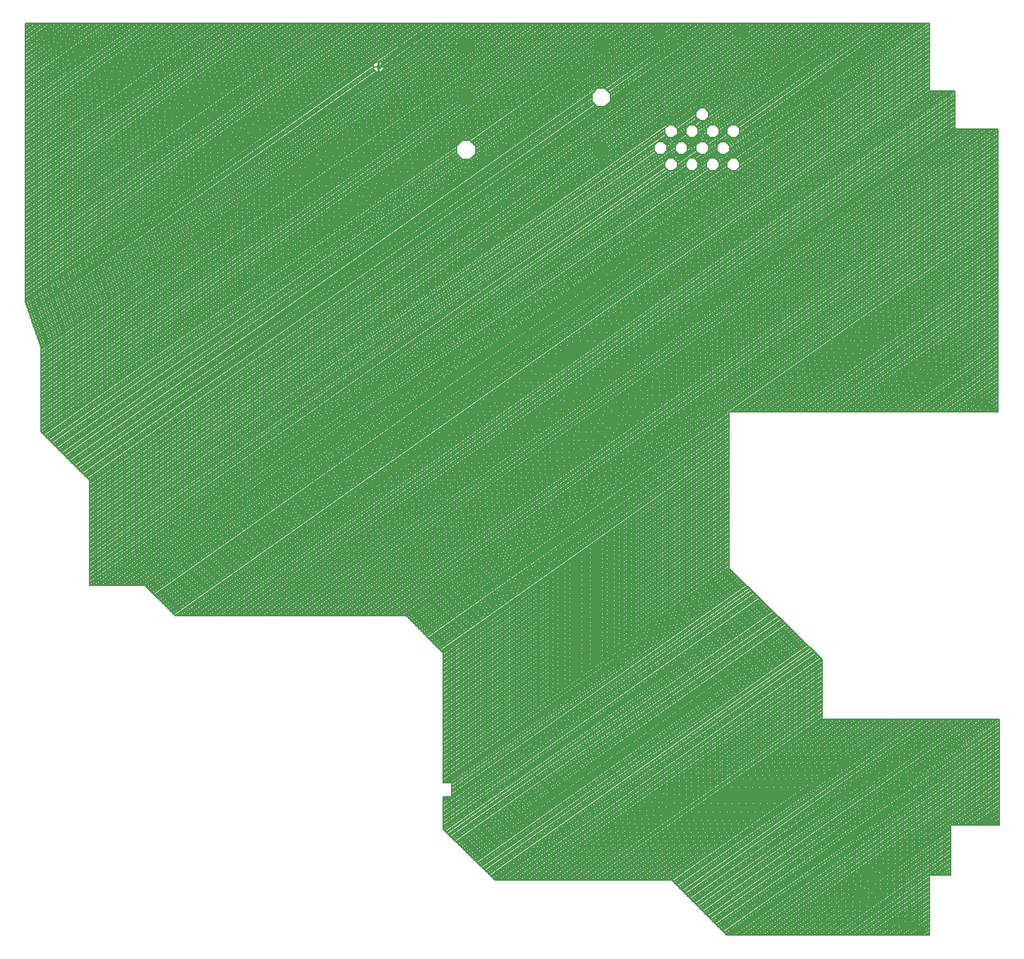
<source format=gbr>
G04 FreePCB MFC Application*
G04 Version: FreePCB--1374389535*
G04 WebSite: www.freepcb.dev*
G04 C:\FreePcbDev\FreePCB_2\Debug\FPC_EXE\FreePCB_Areas\CAM(areas)\INNER_2.gbr*
G04 inner 2 layer *
G04 Scale: 100 percent, Rotated: No, Reflected: No *
%FSLAX24Y24*%
%MOIN*%
%LN inner 2 *%
G04 Rounded Rectangle Macro, params: W/2, H/2, R *
%AMRNDREC*
21,1,$1+$1,$2+$2-$3-$3,0,0,0*
21,1,$1+$1-$3-$3,$2+$2,0,0,0*
1,1,$3+$3,$1-$3,$2-$3*
1,1,$3+$3,$3-$1,$2-$3*
1,1,$3+$3,$1-$3,$3-$2*
1,1,$3+$3,$3-$1,$3-$2*%
G04 Rectangular Thermal Macro, params: W/4, H/4, TW/4, TC/4 *
%AMRECTHERM*
21,1,$1+$1-$3-$3-$4-$4,$2+$2-$3-$3-$4-$4-$4-$4,0-$1-$3-$4,0-$2-$3,0*
21,1,$1+$1-$3-$3-$4-$4-$4-$4,$2+$2-$3-$3-$4-$4,0-$1-$3,0-$2-$3-$4,0*
1,1,$4+$4+$4+$4,0-$1-$1+$4+$4,0-$2-$2+$4+$4*
1,1,$4+$4+$4+$4,0-$1-$1+$4+$4,0-$3-$3-$4-$4*
1,1,$4+$4+$4+$4,0-$3-$3-$4-$4,0-$2-$2+$4+$4*
21,1,$1+$1-$3-$3-$4-$4,$2+$2-$3-$3-$4-$4-$4-$4,0-$1-$3-$4,$2+$3,0*
21,1,$1+$1-$3-$3-$4-$4-$4-$4,$2+$2-$3-$3-$4-$4,0-$1-$3,$2+$3+$4,0*
1,1,$4+$4+$4+$4,0-$1-$1+$4+$4,$2+$2-$4-$4*
1,1,$4+$4+$4+$4,0-$1-$1+$4+$4,$3+$3+$4+$4*
1,1,$4+$4+$4+$4,0-$3-$3-$4-$4,$2+$2-$4-$4*
21,1,$1+$1-$3-$3-$4-$4,$2+$2-$3-$3-$4-$4-$4-$4,$1+$3+$4,0-$2-$3,0*
21,1,$1+$1-$3-$3-$4-$4-$4-$4,$2+$2-$3-$3-$4-$4,$1+$3,0-$2-$3-$4,0*
1,1,$4+$4+$4+$4,$1+$1-$4-$4,0-$2-$2+$4+$4*
1,1,$4+$4+$4+$4,$1+$1-$4-$4,0-$3-$3-$4-$4*
1,1,$4+$4+$4+$4,$3+$3+$4+$4,0-$2-$2+$4+$4*
21,1,$1+$1-$3-$3-$4-$4,$2+$2-$3-$3-$4-$4-$4-$4,$1+$3+$4,$2+$3,0*
21,1,$1+$1-$3-$3-$4-$4-$4-$4,$2+$2-$3-$3-$4-$4,$1+$3,$2+$3+$4,0*
1,1,$4+$4+$4+$4,$1+$1-$4-$4,$2+$2-$4-$4*
1,1,$4+$4+$4+$4,$1+$1-$4-$4,$3+$3+$4+$4*
1,1,$4+$4+$4+$4,$3+$3+$4+$4,$2+$2-$4-$4*%
%AMRECTHERM_45*
21,1,$1+$1+$1+$1,$2+$2+$2+$2-$4-$4-$4-$4-$4-$4-$4-$4-$4-$4-$3-$3,0,0,0*
21,1,$1+$1+$1+$1-$4-$4-$4-$4-$4-$4-$4-$4-$4-$4-$3-$3,$2+$2+$2+$2,0,0,0*
1,1,$4+$4+$4+$4,$1+$1-$4-$4,$2+$2-$4-$4-$4-$4-$4-$3*
1,1,$4+$4+$4+$4,$1+$1-$4-$4,0-$2-$2+$4+$4+$4+$4+$4+$3*
1,1,$4+$4+$4+$4,$1+$1-$4-$4-$4-$4-$4-$3,$2+$2-$4-$4*
1,1,$4+$4+$4+$4,0-$1-$1+$4+$4+$4+$4+$4+$3,$2+$2-$4-$4*
1,1,$4+$4+$4+$4,0-$1-$1+$4+$4,$2+$2-$4-$4-$4-$4-$4-$3*
1,1,$4+$4+$4+$4,0-$1-$1+$4+$4,0-$2-$2+$4+$4+$4+$4+$4+$3*
1,1,$4+$4+$4+$4,$1+$1-$4-$4-$4-$4-$4-$3,0-$2-$2+$4+$4*
1,1,$4+$4+$4+$4,0-$1-$1+$4+$4+$4+$4+$4+$3,0-$2-$2+$4+$4*%
%ADD10C,0.007874*%
%ADD11C,0.007087*%
%ADD12C,0.069000*%
%ADD13C,0.076992*%
%ADD14C,0.010000*%
%ADD15C,0.024000*%
G90*
G70D02*
G04 begin color: clBlack*
%LPD*%

G04 Step and Repeat for panelization *

G04 ----------------------- Draw board outline (positive)*
G54D11*
G04 driwing hatch*
G01X50550Y-43665D02*
G01X50430Y-43750D01*
G01X50550Y-43586D02*
G01X50318Y-43750D01*
G01X50550Y-43507D02*
G01X50207Y-43750D01*
G01X50550Y-43429D02*
G01X50096Y-43750D01*
G01X50550Y-43350D02*
G01X49984Y-43750D01*
G01X50550Y-43271D02*
G01X49873Y-43750D01*
G01X50550Y-43192D02*
G01X49761Y-43750D01*
G01X50550Y-43114D02*
G01X49650Y-43750D01*
G01X50550Y-43035D02*
G01X49539Y-43750D01*
G01X50550Y-42956D02*
G01X49427Y-43750D01*
G01X50550Y-42877D02*
G01X49316Y-43750D01*
G01X50550Y-42799D02*
G01X49205Y-43750D01*
G01X50550Y-42720D02*
G01X49093Y-43750D01*
G01X50550Y-42641D02*
G01X48982Y-43750D01*
G01X50550Y-42562D02*
G01X48871Y-43750D01*
G01X50550Y-42484D02*
G01X48759Y-43750D01*
G01X50550Y-42405D02*
G01X48648Y-43750D01*
G01X50550Y-42326D02*
G01X48537Y-43750D01*
G01X50550Y-42247D02*
G01X48425Y-43750D01*
G01X50550Y-42169D02*
G01X48314Y-43750D01*
G01X50550Y-42090D02*
G01X48203Y-43750D01*
G01X50550Y-42011D02*
G01X48091Y-43750D01*
G01X50550Y-41932D02*
G01X47980Y-43750D01*
G01X50550Y-41854D02*
G01X47868Y-43750D01*
G01X50550Y-41775D02*
G01X47757Y-43750D01*
G01X50550Y-41696D02*
G01X47646Y-43750D01*
G01X50550Y-41617D02*
G01X47534Y-43750D01*
G01X51550Y-40832D02*
G01X51454Y-40900D01*
G01X50550Y-41539D02*
G01X47423Y-43750D01*
G01X51550Y-40753D02*
G01X51342Y-40900D01*
G01X50550Y-41460D02*
G01X47312Y-43750D01*
G01X51550Y-40674D02*
G01X51231Y-40900D01*
G01X50550Y-41381D02*
G01X47200Y-43750D01*
G01X51550Y-40595D02*
G01X51119Y-40900D01*
G01X50550Y-41303D02*
G01X47089Y-43750D01*
G01X51550Y-40517D02*
G01X51008Y-40900D01*
G01X50550Y-41224D02*
G01X46978Y-43750D01*
G01X51550Y-40438D02*
G01X50897Y-40900D01*
G01X50550Y-41145D02*
G01X46866Y-43750D01*
G01X51550Y-40359D02*
G01X50785Y-40900D01*
G01X50550Y-41066D02*
G01X46755Y-43750D01*
G01X51550Y-40280D02*
G01X50674Y-40900D01*
G01X50550Y-40988D02*
G01X46644Y-43750D01*
G01X51550Y-40202D02*
G01X50563Y-40900D01*
G01X50550Y-40909D02*
G01X46532Y-43750D01*
G01X53850Y-38497D02*
G01X53775Y-38550D01*
G01X51550Y-40123D02*
G01X46421Y-43750D01*
G01X53850Y-38418D02*
G01X53663Y-38550D01*
G01X51550Y-40044D02*
G01X46309Y-43750D01*
G01X53850Y-38339D02*
G01X53552Y-38550D01*
G01X51550Y-39966D02*
G01X46198Y-43750D01*
G01X53850Y-38260D02*
G01X53441Y-38550D01*
G01X51550Y-39887D02*
G01X46087Y-43750D01*
G01X53850Y-38182D02*
G01X53329Y-38549D01*
G01X51550Y-39808D02*
G01X45975Y-43750D01*
G01X53850Y-38103D02*
G01X53218Y-38550D01*
G01X51550Y-39729D02*
G01X45864Y-43750D01*
G01X53850Y-38024D02*
G01X53107Y-38550D01*
G01X51550Y-39651D02*
G01X45753Y-43750D01*
G01X53850Y-37945D02*
G01X52995Y-38550D01*
G01X51550Y-39572D02*
G01X45641Y-43750D01*
G01X53850Y-37867D02*
G01X52884Y-38550D01*
G01X51550Y-39493D02*
G01X45530Y-43750D01*
G01X53850Y-37788D02*
G01X52773Y-38550D01*
G01X51550Y-39414D02*
G01X45419Y-43750D01*
G01X53850Y-37709D02*
G01X52661Y-38550D01*
G01X51550Y-39336D02*
G01X45307Y-43750D01*
G01X53850Y-37631D02*
G01X52550Y-38550D01*
G01X51550Y-39257D02*
G01X45196Y-43750D01*
G01X53850Y-37552D02*
G01X52438Y-38550D01*
G01X51550Y-39178D02*
G01X45085Y-43750D01*
G01X53850Y-37473D02*
G01X52327Y-38550D01*
G01X51550Y-39099D02*
G01X44973Y-43750D01*
G01X53850Y-37394D02*
G01X52216Y-38550D01*
G01X51550Y-39021D02*
G01X44862Y-43750D01*
G01X53850Y-37316D02*
G01X52104Y-38550D01*
G01X51550Y-38942D02*
G01X44751Y-43750D01*
G01X53850Y-37237D02*
G01X51993Y-38550D01*
G01X51550Y-38863D02*
G01X44639Y-43750D01*
G01X53850Y-37158D02*
G01X51882Y-38550D01*
G01X51550Y-38784D02*
G01X44528Y-43750D01*
G01X53850Y-37079D02*
G01X51770Y-38550D01*
G01X51550Y-38706D02*
G01X44416Y-43750D01*
G01X53850Y-37001D02*
G01X51659Y-38550D01*
G01X51550Y-38627D02*
G01X44305Y-43750D01*
G01X53850Y-36922D02*
G01X44194Y-43750D01*
G01X53850Y-36843D02*
G01X44082Y-43750D01*
G01X53850Y-36764D02*
G01X43971Y-43750D01*
G01X53850Y-36686D02*
G01X43860Y-43750D01*
G01X53850Y-36607D02*
G01X43748Y-43750D01*
G01X53850Y-36528D02*
G01X43637Y-43750D01*
G01X53850Y-36449D02*
G01X43526Y-43750D01*
G01X53850Y-36371D02*
G01X43414Y-43750D01*
G01X53850Y-36292D02*
G01X43303Y-43750D01*
G01X53850Y-36213D02*
G01X43192Y-43750D01*
G01X53850Y-36134D02*
G01X43080Y-43750D01*
G01X53850Y-36056D02*
G01X42969Y-43750D01*
G01X53850Y-35977D02*
G01X42857Y-43750D01*
G01X53850Y-35898D02*
G01X42746Y-43750D01*
G01X53850Y-35819D02*
G01X42635Y-43750D01*
G01X53850Y-35741D02*
G01X42523Y-43750D01*
G01X53850Y-35662D02*
G01X42412Y-43750D01*
G01X53850Y-35583D02*
G01X42301Y-43750D01*
G01X53850Y-35505D02*
G01X42189Y-43750D01*
G01X53850Y-35426D02*
G01X42078Y-43750D01*
G01X53850Y-35347D02*
G01X41967Y-43750D01*
G01X53850Y-35268D02*
G01X41855Y-43750D01*
G01X53850Y-35190D02*
G01X41744Y-43750D01*
G01X53850Y-35111D02*
G01X41633Y-43750D01*
G01X53850Y-35032D02*
G01X41521Y-43750D01*
G01X53850Y-34953D02*
G01X41410Y-43750D01*
G01X53850Y-34875D02*
G01X41298Y-43750D01*
G01X53850Y-34796D02*
G01X41187Y-43750D01*
G01X53850Y-34717D02*
G01X41076Y-43750D01*
G01X53850Y-34638D02*
G01X40985Y-43735D01*
G01X53850Y-34560D02*
G01X40939Y-43689D01*
G01X53850Y-34481D02*
G01X40893Y-43643D01*
G01X53850Y-34402D02*
G01X40847Y-43597D01*
G01X53850Y-34323D02*
G01X40800Y-43550D01*
G01X53850Y-34245D02*
G01X40754Y-43504D01*
G01X53850Y-34166D02*
G01X40708Y-43458D01*
G01X53850Y-34087D02*
G01X40662Y-43412D01*
G01X53850Y-34008D02*
G01X40616Y-43366D01*
G01X53850Y-33930D02*
G01X40570Y-43320D01*
G01X53850Y-33851D02*
G01X40524Y-43274D01*
G01X53850Y-33772D02*
G01X40478Y-43228D01*
G01X53850Y-33693D02*
G01X40431Y-43181D01*
G01X53850Y-33615D02*
G01X40385Y-43135D01*
G01X53830Y-33549D02*
G01X40339Y-43089D01*
G01X53719Y-33550D02*
G01X40293Y-43043D01*
G01X53608Y-33550D02*
G01X40247Y-42997D01*
G01X53496Y-33550D02*
G01X40201Y-42951D01*
G01X53385Y-33550D02*
G01X40155Y-42905D01*
G01X53274Y-33550D02*
G01X40109Y-42859D01*
G01X53162Y-33550D02*
G01X40062Y-42812D01*
G01X53051Y-33550D02*
G01X40016Y-42766D01*
G01X52940Y-33550D02*
G01X39970Y-42720D01*
G01X52828Y-33550D02*
G01X39924Y-42674D01*
G01X52717Y-33550D02*
G01X39878Y-42628D01*
G01X52606Y-33550D02*
G01X39832Y-42582D01*
G01X52494Y-33550D02*
G01X39786Y-42536D01*
G01X52383Y-33550D02*
G01X39740Y-42490D01*
G01X52271Y-33550D02*
G01X39693Y-42443D01*
G01X52160Y-33550D02*
G01X39647Y-42397D01*
G01X52049Y-33550D02*
G01X39601Y-42351D01*
G01X51937Y-33550D02*
G01X39555Y-42305D01*
G01X51826Y-33550D02*
G01X39509Y-42259D01*
G01X51715Y-33550D02*
G01X39463Y-42213D01*
G01X51603Y-33550D02*
G01X39417Y-42167D01*
G01X51492Y-33550D02*
G01X39371Y-42121D01*
G01X51381Y-33550D02*
G01X39324Y-42074D01*
G01X51269Y-33550D02*
G01X39278Y-42028D01*
G01X51158Y-33550D02*
G01X39232Y-41982D01*
G01X51047Y-33550D02*
G01X39186Y-41936D01*
G01X50935Y-33550D02*
G01X39140Y-41890D01*
G01X50824Y-33550D02*
G01X39094Y-41844D01*
G01X50712Y-33550D02*
G01X39048Y-41798D01*
G01X50601Y-33550D02*
G01X39002Y-41752D01*
G01X50490Y-33550D02*
G01X38955Y-41705D01*
G01X50378Y-33550D02*
G01X38909Y-41659D01*
G01X50267Y-33550D02*
G01X38863Y-41613D01*
G01X50156Y-33550D02*
G01X38817Y-41567D01*
G01X50044Y-33550D02*
G01X38771Y-41521D01*
G01X49933Y-33550D02*
G01X38725Y-41475D01*
G01X49822Y-33550D02*
G01X38679Y-41429D01*
G01X49710Y-33550D02*
G01X38633Y-41383D01*
G01X49599Y-33550D02*
G01X38586Y-41336D01*
G01X49488Y-33550D02*
G01X38540Y-41290D01*
G01X49376Y-33550D02*
G01X38494Y-41244D01*
G01X49265Y-33550D02*
G01X38448Y-41198D01*
G01X49153Y-33550D02*
G01X38402Y-41152D01*
G01X49042Y-33550D02*
G01X38294Y-41150D01*
G01X48931Y-33550D02*
G01X38183Y-41150D01*
G01X48819Y-33550D02*
G01X38071Y-41150D01*
G01X48708Y-33550D02*
G01X37960Y-41150D01*
G01X48597Y-33550D02*
G01X37849Y-41150D01*
G01X48485Y-33550D02*
G01X37737Y-41150D01*
G01X48374Y-33550D02*
G01X37626Y-41150D01*
G01X48263Y-33550D02*
G01X37515Y-41150D01*
G01X48151Y-33550D02*
G01X37403Y-41150D01*
G01X48040Y-33550D02*
G01X37292Y-41150D01*
G01X47929Y-33550D02*
G01X37181Y-41150D01*
G01X47817Y-33550D02*
G01X37069Y-41150D01*
G01X47706Y-33550D02*
G01X36958Y-41150D01*
G01X47595Y-33550D02*
G01X36846Y-41150D01*
G01X47483Y-33550D02*
G01X36735Y-41150D01*
G01X47372Y-33550D02*
G01X36624Y-41150D01*
G01X47260Y-33550D02*
G01X36512Y-41150D01*
G01X47149Y-33550D02*
G01X36401Y-41150D01*
G01X47038Y-33550D02*
G01X36290Y-41150D01*
G01X46926Y-33550D02*
G01X36178Y-41150D01*
G01X46815Y-33550D02*
G01X36067Y-41150D01*
G01X46704Y-33550D02*
G01X35956Y-41150D01*
G01X46592Y-33550D02*
G01X35844Y-41150D01*
G01X46481Y-33550D02*
G01X35733Y-41150D01*
G01X46370Y-33550D02*
G01X35622Y-41150D01*
G01X46258Y-33550D02*
G01X35510Y-41150D01*
G01X46147Y-33550D02*
G01X35399Y-41150D01*
G01X46036Y-33550D02*
G01X35288Y-41150D01*
G01X45924Y-33550D02*
G01X35176Y-41150D01*
G01X45813Y-33550D02*
G01X35065Y-41150D01*
G01X45701Y-33550D02*
G01X34953Y-41150D01*
G01X45590Y-33550D02*
G01X34842Y-41150D01*
G01X45500Y-33535D02*
G01X34731Y-41150D01*
G01X45500Y-33456D02*
G01X34619Y-41150D01*
G01X45500Y-33377D02*
G01X34508Y-41150D01*
G01X45500Y-33299D02*
G01X34397Y-41150D01*
G01X45500Y-33220D02*
G01X34285Y-41150D01*
G01X45500Y-33141D02*
G01X34174Y-41150D01*
G01X45500Y-33062D02*
G01X34063Y-41150D01*
G01X45500Y-32984D02*
G01X33951Y-41150D01*
G01X45500Y-32905D02*
G01X33840Y-41150D01*
G01X45500Y-32826D02*
G01X33729Y-41150D01*
G01X45500Y-32747D02*
G01X33617Y-41150D01*
G01X45500Y-32669D02*
G01X33506Y-41150D01*
G01X45500Y-32590D02*
G01X33394Y-41150D01*
G01X45500Y-32511D02*
G01X33283Y-41150D01*
G01X45500Y-32432D02*
G01X33172Y-41150D01*
G01X45500Y-32354D02*
G01X33060Y-41150D01*
G01X45500Y-32275D02*
G01X32949Y-41150D01*
G01X45500Y-32196D02*
G01X32838Y-41150D01*
G01X45500Y-32118D02*
G01X32726Y-41150D01*
G01X45500Y-32039D02*
G01X32615Y-41150D01*
G01X45500Y-31960D02*
G01X32504Y-41150D01*
G01X45500Y-31881D02*
G01X32392Y-41150D01*
G01X45500Y-31803D02*
G01X32281Y-41150D01*
G01X45500Y-31724D02*
G01X32170Y-41150D01*
G01X45500Y-31645D02*
G01X32058Y-41150D01*
G01X45500Y-31566D02*
G01X31947Y-41150D01*
G01X45500Y-31488D02*
G01X31835Y-41150D01*
G01X45500Y-31409D02*
G01X31724Y-41150D01*
G01X45500Y-31330D02*
G01X31613Y-41150D01*
G01X45500Y-31251D02*
G01X31501Y-41150D01*
G01X45500Y-31173D02*
G01X31390Y-41150D01*
G01X45500Y-31094D02*
G01X31279Y-41150D01*
G01X45500Y-31015D02*
G01X31167Y-41150D01*
G01X45500Y-30936D02*
G01X31056Y-41150D01*
G01X45500Y-30858D02*
G01X30945Y-41150D01*
G01X45500Y-30779D02*
G01X30833Y-41150D01*
G01X45500Y-30700D02*
G01X30722Y-41150D01*
G01X45453Y-30654D02*
G01X30611Y-41150D01*
G01X45406Y-30609D02*
G01X30499Y-41150D01*
G01X45360Y-30563D02*
G01X30388Y-41150D01*
G01X45313Y-30517D02*
G01X30277Y-41150D01*
G01X45266Y-30471D02*
G01X30165Y-41150D01*
G01X45219Y-30426D02*
G01X30054Y-41150D01*
G01X45173Y-30380D02*
G01X30005Y-41106D01*
G01X45126Y-30334D02*
G01X29958Y-41060D01*
G01X45079Y-30289D02*
G01X29911Y-41014D01*
G01X45032Y-30243D02*
G01X29865Y-40968D01*
G01X44986Y-30197D02*
G01X29818Y-40923D01*
G01X44939Y-30152D02*
G01X29771Y-40877D01*
G01X44892Y-30106D02*
G01X29725Y-40831D01*
G01X44845Y-30060D02*
G01X29678Y-40785D01*
G01X44799Y-30015D02*
G01X29631Y-40740D01*
G01X44752Y-29969D02*
G01X29584Y-40694D01*
G01X44705Y-29923D02*
G01X29538Y-40648D01*
G01X44658Y-29878D02*
G01X29491Y-40603D01*
G01X44612Y-29832D02*
G01X29444Y-40557D01*
G01X44565Y-29786D02*
G01X29398Y-40511D01*
G01X44518Y-29741D02*
G01X29351Y-40465D01*
G01X44471Y-29695D02*
G01X29304Y-40420D01*
G01X44425Y-29649D02*
G01X29258Y-40374D01*
G01X44378Y-29603D02*
G01X29211Y-40328D01*
G01X44331Y-29558D02*
G01X29164Y-40282D01*
G01X44284Y-29512D02*
G01X29118Y-40237D01*
G01X44238Y-29466D02*
G01X29071Y-40191D01*
G01X44191Y-29421D02*
G01X29024Y-40145D01*
G01X44144Y-29375D02*
G01X28978Y-40099D01*
G01X44097Y-29329D02*
G01X28931Y-40054D01*
G01X44051Y-29284D02*
G01X28884Y-40008D01*
G01X44004Y-29238D02*
G01X28838Y-39962D01*
G01X43957Y-29192D02*
G01X28791Y-39917D01*
G01X43911Y-29147D02*
G01X28744Y-39871D01*
G01X43864Y-29101D02*
G01X28697Y-39825D01*
G01X43817Y-29055D02*
G01X28651Y-39779D01*
G01X43770Y-29010D02*
G01X28604Y-39734D01*
G01X43724Y-28964D02*
G01X28557Y-39688D01*
G01X43677Y-28918D02*
G01X28511Y-39642D01*
G01X43630Y-28873D02*
G01X28464Y-39596D01*
G01X43583Y-28827D02*
G01X28417Y-39551D01*
G01X43537Y-28781D02*
G01X28371Y-39505D01*
G01X43490Y-28735D02*
G01X28324Y-39459D01*
G01X43443Y-28690D02*
G01X28277Y-39414D01*
G01X43396Y-28644D02*
G01X28231Y-39368D01*
G01X43350Y-28598D02*
G01X28184Y-39322D01*
G01X43303Y-28553D02*
G01X28137Y-39276D01*
G01X43256Y-28507D02*
G01X28091Y-39231D01*
G01X43209Y-28461D02*
G01X28044Y-39185D01*
G01X43163Y-28416D02*
G01X27997Y-39139D01*
G01X43116Y-28370D02*
G01X27951Y-39093D01*
G01X43069Y-28324D02*
G01X27904Y-39048D01*
G01X43022Y-28279D02*
G01X27857Y-39002D01*
G01X42976Y-28233D02*
G01X27811Y-38956D01*
G01X42929Y-28187D02*
G01X27764Y-38910D01*
G01X42882Y-28142D02*
G01X27717Y-38865D01*
G01X42835Y-28096D02*
G01X27670Y-38819D01*
G01X42789Y-28050D02*
G01X27624Y-38773D01*
G01X42742Y-28004D02*
G01X27600Y-38712D01*
G01X42695Y-27959D02*
G01X27600Y-38633D01*
G01X42648Y-27913D02*
G01X27600Y-38554D01*
G01X42602Y-27867D02*
G01X27600Y-38476D01*
G01X42555Y-27822D02*
G01X27600Y-38397D01*
G01X42508Y-27776D02*
G01X27600Y-38318D01*
G01X42461Y-27730D02*
G01X27600Y-38239D01*
G01X42415Y-27685D02*
G01X27600Y-38161D01*
G01X42368Y-27639D02*
G01X27600Y-38082D01*
G01X42321Y-27593D02*
G01X27600Y-38003D01*
G01X42274Y-27548D02*
G01X27600Y-37924D01*
G01X42228Y-27502D02*
G01X27600Y-37846D01*
G01X42181Y-27456D02*
G01X27600Y-37767D01*
G01X42134Y-27411D02*
G01X27600Y-37688D01*
G01X42087Y-27365D02*
G01X27600Y-37609D01*
G01X42041Y-27319D02*
G01X27600Y-37531D01*
G01X53800Y-18926D02*
G01X53695Y-19000D01*
G01X41994Y-27274D02*
G01X28000Y-37169D01*
G01X27956Y-37200D02*
G01X27600Y-37452D01*
G01X53800Y-18847D02*
G01X53584Y-19000D01*
G01X41947Y-27228D02*
G01X28000Y-37090D01*
G01X27845Y-37200D02*
G01X27600Y-37373D01*
G01X53800Y-18768D02*
G01X53472Y-19000D01*
G01X41900Y-27182D02*
G01X28000Y-37012D01*
G01X27734Y-37200D02*
G01X27600Y-37294D01*
G01X53800Y-18689D02*
G01X53361Y-19000D01*
G01X41854Y-27136D02*
G01X28000Y-36933D01*
G01X53800Y-18611D02*
G01X53250Y-19000D01*
G01X41807Y-27091D02*
G01X28000Y-36854D01*
G01X53800Y-18532D02*
G01X53138Y-19000D01*
G01X41760Y-27045D02*
G01X28000Y-36775D01*
G01X53800Y-18453D02*
G01X53027Y-19000D01*
G01X41713Y-26999D02*
G01X28000Y-36697D01*
G01X53800Y-18375D02*
G01X52916Y-18999D01*
G01X41667Y-26954D02*
G01X28000Y-36618D01*
G01X53800Y-18296D02*
G01X52804Y-19000D01*
G01X41620Y-26908D02*
G01X27985Y-36550D01*
G01X53800Y-18217D02*
G01X52693Y-19000D01*
G01X41573Y-26862D02*
G01X27873Y-36550D01*
G01X53800Y-18138D02*
G01X52582Y-19000D01*
G01X41526Y-26817D02*
G01X27762Y-36550D01*
G01X53800Y-18060D02*
G01X52470Y-19000D01*
G01X41480Y-26771D02*
G01X27651Y-36550D01*
G01X53800Y-17981D02*
G01X52359Y-19000D01*
G01X41433Y-26725D02*
G01X27600Y-36507D01*
G01X53800Y-17902D02*
G01X52248Y-19000D01*
G01X41386Y-26680D02*
G01X27600Y-36428D01*
G01X53800Y-17823D02*
G01X52136Y-19000D01*
G01X41339Y-26634D02*
G01X27600Y-36350D01*
G01X53800Y-17745D02*
G01X52025Y-19000D01*
G01X41293Y-26588D02*
G01X27600Y-36271D01*
G01X53800Y-17666D02*
G01X51913Y-19000D01*
G01X41246Y-26543D02*
G01X27600Y-36192D01*
G01X53800Y-17587D02*
G01X51802Y-19000D01*
G01X41199Y-26497D02*
G01X27600Y-36113D01*
G01X53800Y-17508D02*
G01X51691Y-19000D01*
G01X41152Y-26451D02*
G01X27600Y-36035D01*
G01X53800Y-17430D02*
G01X51579Y-19000D01*
G01X41106Y-26406D02*
G01X27600Y-35956D01*
G01X53800Y-17351D02*
G01X51468Y-19000D01*
G01X41100Y-26331D02*
G01X27600Y-35877D01*
G01X53800Y-17272D02*
G01X51357Y-19000D01*
G01X41100Y-26252D02*
G01X27600Y-35798D01*
G01X53800Y-17193D02*
G01X51245Y-19000D01*
G01X41100Y-26174D02*
G01X27600Y-35720D01*
G01X53800Y-17115D02*
G01X51134Y-19000D01*
G01X41100Y-26095D02*
G01X27600Y-35641D01*
G01X53800Y-17036D02*
G01X51023Y-19000D01*
G01X41100Y-26016D02*
G01X27600Y-35562D01*
G01X53800Y-16957D02*
G01X50911Y-19000D01*
G01X41100Y-25937D02*
G01X27600Y-35483D01*
G01X53800Y-16878D02*
G01X50800Y-19000D01*
G01X41100Y-25859D02*
G01X27600Y-35405D01*
G01X53800Y-16800D02*
G01X50689Y-19000D01*
G01X41100Y-25780D02*
G01X27600Y-35326D01*
G01X53800Y-16721D02*
G01X50577Y-19000D01*
G01X41100Y-25701D02*
G01X27600Y-35247D01*
G01X53800Y-16642D02*
G01X50466Y-19000D01*
G01X41100Y-25622D02*
G01X27600Y-35168D01*
G01X53800Y-16563D02*
G01X50354Y-19000D01*
G01X41100Y-25544D02*
G01X27600Y-35090D01*
G01X53800Y-16485D02*
G01X50243Y-19000D01*
G01X41100Y-25465D02*
G01X27600Y-35011D01*
G01X53800Y-16406D02*
G01X50132Y-19000D01*
G01X41100Y-25386D02*
G01X27600Y-34932D01*
G01X53800Y-16327D02*
G01X50020Y-19000D01*
G01X41100Y-25308D02*
G01X27600Y-34853D01*
G01X53800Y-16249D02*
G01X49909Y-19000D01*
G01X41100Y-25229D02*
G01X27600Y-34775D01*
G01X53800Y-16170D02*
G01X49798Y-19000D01*
G01X41100Y-25150D02*
G01X27600Y-34696D01*
G01X53800Y-16091D02*
G01X49686Y-19000D01*
G01X41100Y-25071D02*
G01X27600Y-34617D01*
G01X53800Y-16012D02*
G01X49575Y-19000D01*
G01X41100Y-24993D02*
G01X27600Y-34538D01*
G01X53800Y-15934D02*
G01X49464Y-19000D01*
G01X41100Y-24914D02*
G01X27600Y-34460D01*
G01X53800Y-15855D02*
G01X49352Y-19000D01*
G01X41100Y-24835D02*
G01X27600Y-34381D01*
G01X53800Y-15776D02*
G01X49241Y-19000D01*
G01X41100Y-24756D02*
G01X27600Y-34302D01*
G01X53800Y-15697D02*
G01X49130Y-19000D01*
G01X41100Y-24678D02*
G01X27600Y-34224D01*
G01X53800Y-15619D02*
G01X49018Y-19000D01*
G01X41100Y-24599D02*
G01X27600Y-34145D01*
G01X53800Y-15540D02*
G01X48907Y-19000D01*
G01X41100Y-24520D02*
G01X27600Y-34066D01*
G01X53800Y-15461D02*
G01X48795Y-19000D01*
G01X41100Y-24441D02*
G01X27600Y-33987D01*
G01X53800Y-15382D02*
G01X48684Y-19000D01*
G01X41100Y-24363D02*
G01X27600Y-33909D01*
G01X53800Y-15304D02*
G01X48573Y-19000D01*
G01X41100Y-24284D02*
G01X27600Y-33830D01*
G01X53800Y-15225D02*
G01X48461Y-19000D01*
G01X41100Y-24205D02*
G01X27600Y-33751D01*
G01X53800Y-15146D02*
G01X48350Y-19000D01*
G01X41100Y-24126D02*
G01X27600Y-33672D01*
G01X53800Y-15067D02*
G01X48239Y-19000D01*
G01X41100Y-24048D02*
G01X27600Y-33594D01*
G01X53800Y-14989D02*
G01X48127Y-19000D01*
G01X41100Y-23969D02*
G01X27600Y-33515D01*
G01X53800Y-14910D02*
G01X48016Y-19000D01*
G01X41100Y-23890D02*
G01X27600Y-33436D01*
G01X53800Y-14831D02*
G01X47905Y-19000D01*
G01X41100Y-23811D02*
G01X27600Y-33357D01*
G01X53800Y-14752D02*
G01X47793Y-19000D01*
G01X41100Y-23733D02*
G01X27600Y-33279D01*
G01X53800Y-14674D02*
G01X47682Y-19000D01*
G01X41100Y-23654D02*
G01X27600Y-33200D01*
G01X53800Y-14595D02*
G01X47571Y-19000D01*
G01X41100Y-23575D02*
G01X27600Y-33121D01*
G01X53800Y-14516D02*
G01X47459Y-19000D01*
G01X41100Y-23496D02*
G01X27600Y-33042D01*
G01X53800Y-14438D02*
G01X47348Y-19000D01*
G01X41100Y-23418D02*
G01X27600Y-32964D01*
G01X53800Y-14359D02*
G01X47237Y-19000D01*
G01X41100Y-23339D02*
G01X27600Y-32885D01*
G01X53800Y-14280D02*
G01X47125Y-19000D01*
G01X41100Y-23260D02*
G01X27600Y-32806D01*
G01X53800Y-14201D02*
G01X47014Y-19000D01*
G01X41100Y-23182D02*
G01X27600Y-32727D01*
G01X53800Y-14123D02*
G01X46902Y-19000D01*
G01X41100Y-23103D02*
G01X27600Y-32649D01*
G01X53800Y-14044D02*
G01X46791Y-19000D01*
G01X41100Y-23024D02*
G01X27600Y-32570D01*
G01X53800Y-13965D02*
G01X46680Y-19000D01*
G01X41100Y-22945D02*
G01X27600Y-32491D01*
G01X53800Y-13886D02*
G01X46568Y-19000D01*
G01X41100Y-22867D02*
G01X27600Y-32413D01*
G01X53800Y-13808D02*
G01X46457Y-19000D01*
G01X41100Y-22788D02*
G01X27600Y-32334D01*
G01X53800Y-13729D02*
G01X46346Y-19000D01*
G01X41100Y-22709D02*
G01X27600Y-32255D01*
G01X53800Y-13650D02*
G01X46234Y-19000D01*
G01X41100Y-22630D02*
G01X27600Y-32176D01*
G01X53800Y-13571D02*
G01X46123Y-19000D01*
G01X41100Y-22552D02*
G01X27600Y-32098D01*
G01X53800Y-13493D02*
G01X46012Y-19000D01*
G01X41100Y-22473D02*
G01X27600Y-32019D01*
G01X53800Y-13414D02*
G01X45900Y-19000D01*
G01X41100Y-22394D02*
G01X27600Y-31940D01*
G01X53800Y-13335D02*
G01X45789Y-19000D01*
G01X41100Y-22315D02*
G01X27600Y-31861D01*
G01X53800Y-13256D02*
G01X45678Y-19000D01*
G01X41100Y-22237D02*
G01X27600Y-31783D01*
G01X53800Y-13178D02*
G01X45566Y-19000D01*
G01X41100Y-22158D02*
G01X27600Y-31704D01*
G01X53800Y-13099D02*
G01X45455Y-19000D01*
G01X41100Y-22079D02*
G01X27600Y-31625D01*
G01X53800Y-13020D02*
G01X45343Y-19000D01*
G01X41100Y-22000D02*
G01X27600Y-31546D01*
G01X53800Y-12941D02*
G01X45232Y-19000D01*
G01X41100Y-21922D02*
G01X27600Y-31468D01*
G01X53800Y-12863D02*
G01X45121Y-19000D01*
G01X41100Y-21843D02*
G01X27600Y-31389D01*
G01X53800Y-12784D02*
G01X45009Y-19000D01*
G01X41100Y-21764D02*
G01X27600Y-31310D01*
G01X53800Y-12705D02*
G01X44898Y-19000D01*
G01X41100Y-21685D02*
G01X27600Y-31231D01*
G01X53800Y-12626D02*
G01X44787Y-19000D01*
G01X41100Y-21607D02*
G01X27600Y-31153D01*
G01X53800Y-12548D02*
G01X44675Y-19000D01*
G01X41100Y-21528D02*
G01X27600Y-31074D01*
G01X53800Y-12469D02*
G01X44564Y-19000D01*
G01X41100Y-21449D02*
G01X27600Y-30995D01*
G01X53800Y-12390D02*
G01X44453Y-19000D01*
G01X41100Y-21371D02*
G01X27600Y-30916D01*
G01X53800Y-12312D02*
G01X44341Y-19000D01*
G01X41100Y-21292D02*
G01X27600Y-30838D01*
G01X53800Y-12233D02*
G01X44230Y-19000D01*
G01X41100Y-21213D02*
G01X27600Y-30759D01*
G01X53800Y-12154D02*
G01X44119Y-19000D01*
G01X41100Y-21134D02*
G01X27600Y-30680D01*
G01X53800Y-12075D02*
G01X44007Y-19000D01*
G01X41100Y-21056D02*
G01X27600Y-30601D01*
G01X53800Y-11997D02*
G01X43896Y-19000D01*
G01X41100Y-20977D02*
G01X27600Y-30523D01*
G01X53800Y-11918D02*
G01X43784Y-19000D01*
G01X41100Y-20898D02*
G01X27600Y-30444D01*
G01X53800Y-11839D02*
G01X43673Y-19000D01*
G01X41100Y-20819D02*
G01X27579Y-30379D01*
G01X53800Y-11760D02*
G01X43562Y-19000D01*
G01X41100Y-20741D02*
G01X27533Y-30333D01*
G01X53800Y-11682D02*
G01X43450Y-19000D01*
G01X41100Y-20662D02*
G01X27487Y-30287D01*
G01X53800Y-11603D02*
G01X43339Y-19000D01*
G01X41100Y-20583D02*
G01X27441Y-30241D01*
G01X53800Y-11524D02*
G01X43228Y-19000D01*
G01X41100Y-20504D02*
G01X27395Y-30195D01*
G01X53800Y-11445D02*
G01X43116Y-19000D01*
G01X41100Y-20426D02*
G01X27349Y-30149D01*
G01X53800Y-11367D02*
G01X43005Y-19000D01*
G01X41100Y-20347D02*
G01X27303Y-30103D01*
G01X53800Y-11288D02*
G01X42894Y-19000D01*
G01X41100Y-20268D02*
G01X27257Y-30057D01*
G01X53800Y-11209D02*
G01X42782Y-19000D01*
G01X41100Y-20189D02*
G01X27210Y-30010D01*
G01X53800Y-11130D02*
G01X42671Y-19000D01*
G01X41100Y-20111D02*
G01X27164Y-29964D01*
G01X53800Y-11052D02*
G01X42560Y-19000D01*
G01X41100Y-20032D02*
G01X27118Y-29918D01*
G01X53800Y-10973D02*
G01X42448Y-19000D01*
G01X41100Y-19953D02*
G01X27072Y-29872D01*
G01X53800Y-10894D02*
G01X42337Y-19000D01*
G01X41100Y-19874D02*
G01X27026Y-29826D01*
G01X53800Y-10815D02*
G01X42226Y-19000D01*
G01X41100Y-19796D02*
G01X26980Y-29780D01*
G01X53800Y-10737D02*
G01X42114Y-19000D01*
G01X41100Y-19717D02*
G01X26934Y-29734D01*
G01X53800Y-10658D02*
G01X42003Y-19000D01*
G01X41100Y-19638D02*
G01X26888Y-29688D01*
G01X53800Y-10579D02*
G01X41891Y-19000D01*
G01X41100Y-19559D02*
G01X26841Y-29641D01*
G01X53800Y-10501D02*
G01X41780Y-19000D01*
G01X41100Y-19481D02*
G01X26795Y-29595D01*
G01X53800Y-10422D02*
G01X41669Y-19000D01*
G01X41100Y-19402D02*
G01X26749Y-29549D01*
G01X53800Y-10343D02*
G01X41557Y-19000D01*
G01X41100Y-19323D02*
G01X26703Y-29503D01*
G01X53800Y-10264D02*
G01X41446Y-19000D01*
G01X41100Y-19245D02*
G01X26657Y-29457D01*
G01X53800Y-10186D02*
G01X41335Y-19000D01*
G01X41100Y-19166D02*
G01X26611Y-29411D01*
G01X53800Y-10107D02*
G01X41223Y-19000D01*
G01X41100Y-19087D02*
G01X26565Y-29365D01*
G01X53800Y-10028D02*
G01X41112Y-19000D01*
G01X41100Y-19008D02*
G01X26519Y-29319D01*
G01X53800Y-9949D02*
G01X26472Y-29272D01*
G01X53800Y-9871D02*
G01X26426Y-29226D01*
G01X53800Y-9792D02*
G01X26380Y-29180D01*
G01X53800Y-9713D02*
G01X26334Y-29134D01*
G01X53800Y-9634D02*
G01X26288Y-29088D01*
G01X53800Y-9556D02*
G01X26242Y-29042D01*
G01X53800Y-9477D02*
G01X26196Y-28996D01*
G01X53800Y-9398D02*
G01X26150Y-28950D01*
G01X53800Y-9319D02*
G01X26103Y-28903D01*
G01X53800Y-9241D02*
G01X26057Y-28857D01*
G01X53800Y-9162D02*
G01X26011Y-28811D01*
G01X53800Y-9083D02*
G01X25965Y-28765D01*
G01X53800Y-9004D02*
G01X25919Y-28719D01*
G01X53800Y-8926D02*
G01X25873Y-28673D01*
G01X53800Y-8847D02*
G01X25794Y-28650D01*
G01X53800Y-8768D02*
G01X25683Y-28650D01*
G01X53800Y-8689D02*
G01X25572Y-28650D01*
G01X53800Y-8611D02*
G01X25460Y-28650D01*
G01X53800Y-8532D02*
G01X25349Y-28650D01*
G01X53800Y-8453D02*
G01X25238Y-28650D01*
G01X53800Y-8375D02*
G01X25126Y-28650D01*
G01X53800Y-8296D02*
G01X25015Y-28650D01*
G01X53800Y-8217D02*
G01X24904Y-28650D01*
G01X53800Y-8138D02*
G01X24792Y-28650D01*
G01X53800Y-8060D02*
G01X24681Y-28650D01*
G01X53800Y-7981D02*
G01X24570Y-28650D01*
G01X53800Y-7902D02*
G01X24458Y-28650D01*
G01X53800Y-7823D02*
G01X24347Y-28650D01*
G01X53800Y-7745D02*
G01X24235Y-28650D01*
G01X53800Y-7666D02*
G01X24124Y-28650D01*
G01X53800Y-7587D02*
G01X24013Y-28650D01*
G01X53800Y-7508D02*
G01X23901Y-28650D01*
G01X53800Y-7430D02*
G01X23790Y-28650D01*
G01X53800Y-7351D02*
G01X23679Y-28650D01*
G01X53800Y-7272D02*
G01X23567Y-28650D01*
G01X53800Y-7193D02*
G01X23456Y-28650D01*
G01X53800Y-7115D02*
G01X23345Y-28650D01*
G01X53800Y-7036D02*
G01X23233Y-28650D01*
G01X53800Y-6957D02*
G01X23122Y-28650D01*
G01X53800Y-6878D02*
G01X23011Y-28650D01*
G01X53800Y-6800D02*
G01X22899Y-28650D01*
G01X53800Y-6721D02*
G01X22788Y-28650D01*
G01X53800Y-6642D02*
G01X22676Y-28650D01*
G01X53800Y-6563D02*
G01X22565Y-28650D01*
G01X53800Y-6485D02*
G01X22454Y-28650D01*
G01X53800Y-6406D02*
G01X22342Y-28650D01*
G01X53800Y-6327D02*
G01X22231Y-28650D01*
G01X53800Y-6249D02*
G01X22120Y-28650D01*
G01X53800Y-6170D02*
G01X22008Y-28650D01*
G01X53800Y-6091D02*
G01X21897Y-28650D01*
G01X53800Y-6012D02*
G01X21786Y-28650D01*
G01X53800Y-5934D02*
G01X21674Y-28650D01*
G01X53800Y-5855D02*
G01X21563Y-28650D01*
G01X53800Y-5776D02*
G01X21452Y-28650D01*
G01X53800Y-5697D02*
G01X21340Y-28650D01*
G01X53756Y-5650D02*
G01X21229Y-28650D01*
G01X53644Y-5650D02*
G01X21118Y-28650D01*
G01X53533Y-5650D02*
G01X21006Y-28650D01*
G01X53422Y-5650D02*
G01X20895Y-28650D01*
G01X53310Y-5650D02*
G01X20783Y-28650D01*
G01X53199Y-5650D02*
G01X20672Y-28650D01*
G01X53088Y-5650D02*
G01X20561Y-28650D01*
G01X52976Y-5649D02*
G01X20449Y-28650D01*
G01X52865Y-5649D02*
G01X20338Y-28650D01*
G01X52754Y-5650D02*
G01X20227Y-28650D01*
G01X52642Y-5650D02*
G01X20115Y-28650D01*
G01X52531Y-5650D02*
G01X20004Y-28650D01*
G01X52420Y-5650D02*
G01X19893Y-28650D01*
G01X52308Y-5650D02*
G01X19781Y-28650D01*
G01X52197Y-5650D02*
G01X19670Y-28650D01*
G01X52085Y-5650D02*
G01X19559Y-28650D01*
G01X51974Y-5650D02*
G01X19447Y-28650D01*
G01X51863Y-5650D02*
G01X19336Y-28650D01*
G01X51751Y-5650D02*
G01X19224Y-28650D01*
G01X51750Y-5572D02*
G01X19113Y-28650D01*
G01X51750Y-5493D02*
G01X19002Y-28650D01*
G01X51750Y-5415D02*
G01X18890Y-28650D01*
G01X51750Y-5336D02*
G01X18779Y-28650D01*
G01X51750Y-5257D02*
G01X18668Y-28650D01*
G01X51750Y-5178D02*
G01X18556Y-28650D01*
G01X51750Y-5100D02*
G01X18445Y-28650D01*
G01X51750Y-5021D02*
G01X18334Y-28650D01*
G01X51750Y-4942D02*
G01X18222Y-28650D01*
G01X51750Y-4863D02*
G01X18111Y-28650D01*
G01X51750Y-4785D02*
G01X18000Y-28650D01*
G01X51750Y-4706D02*
G01X17888Y-28650D01*
G01X51750Y-4627D02*
G01X17777Y-28650D01*
G01X51750Y-4548D02*
G01X17665Y-28650D01*
G01X51750Y-4470D02*
G01X17554Y-28650D01*
G01X51750Y-4391D02*
G01X17443Y-28650D01*
G01X51750Y-4312D02*
G01X17331Y-28650D01*
G01X51750Y-4234D02*
G01X17220Y-28650D01*
G01X51750Y-4155D02*
G01X17109Y-28650D01*
G01X51750Y-4076D02*
G01X16997Y-28650D01*
G01X51750Y-3997D02*
G01X16886Y-28650D01*
G01X51750Y-3919D02*
G01X16775Y-28650D01*
G01X51736Y-3850D02*
G01X16663Y-28650D01*
G01X51624Y-3850D02*
G01X16552Y-28650D01*
G01X51513Y-3850D02*
G01X16441Y-28650D01*
G01X51402Y-3850D02*
G01X16329Y-28650D01*
G01X51290Y-3850D02*
G01X16218Y-28650D01*
G01X51179Y-3850D02*
G01X16107Y-28650D01*
G01X51068Y-3850D02*
G01X15995Y-28650D01*
G01X50956Y-3850D02*
G01X15884Y-28650D01*
G01X50845Y-3850D02*
G01X15772Y-28650D01*
G01X50734Y-3850D02*
G01X15661Y-28650D01*
G01X50622Y-3850D02*
G01X15550Y-28650D01*
G01X50550Y-3822D02*
G01X15438Y-28650D01*
G01X50550Y-3743D02*
G01X15327Y-28650D01*
G01X50550Y-3665D02*
G01X15216Y-28650D01*
G01X50550Y-3586D02*
G01X15104Y-28650D01*
G01X50550Y-3507D02*
G01X14993Y-28650D01*
G01X50550Y-3429D02*
G01X14921Y-28621D01*
G01X50550Y-3350D02*
G01X14875Y-28575D01*
G01X50550Y-3271D02*
G01X14829Y-28529D01*
G01X50550Y-3192D02*
G01X14783Y-28483D01*
G01X50550Y-3114D02*
G01X14737Y-28437D01*
G01X50550Y-3035D02*
G01X14691Y-28391D01*
G01X50550Y-2956D02*
G01X14645Y-28345D01*
G01X50550Y-2877D02*
G01X14599Y-28299D01*
G01X50550Y-2799D02*
G01X14552Y-28252D01*
G01X50550Y-2720D02*
G01X14506Y-28206D01*
G01X50550Y-2641D02*
G01X14460Y-28160D01*
G01X50550Y-2562D02*
G01X14414Y-28114D01*
G01X50550Y-2484D02*
G01X14368Y-28068D01*
G01X50550Y-2405D02*
G01X14322Y-28022D01*
G01X50550Y-2326D02*
G01X14276Y-27976D01*
G01X50550Y-2247D02*
G01X14230Y-27930D01*
G01X50550Y-2169D02*
G01X14183Y-27883D01*
G01X50550Y-2090D02*
G01X14137Y-27837D01*
G01X50550Y-2011D02*
G01X14091Y-27791D01*
G01X50550Y-1932D02*
G01X14045Y-27745D01*
G01X50550Y-1854D02*
G01X13999Y-27699D01*
G01X50550Y-1775D02*
G01X13953Y-27653D01*
G01X50550Y-1696D02*
G01X13907Y-27607D01*
G01X50550Y-1617D02*
G01X13861Y-27561D01*
G01X50550Y-1539D02*
G01X13814Y-27514D01*
G01X50550Y-1460D02*
G01X13768Y-27468D01*
G01X50550Y-1381D02*
G01X13722Y-27422D01*
G01X50550Y-1303D02*
G01X13676Y-27376D01*
G01X50550Y-1224D02*
G01X13630Y-27330D01*
G01X50550Y-1145D02*
G01X41458Y-7574D01*
G01X41412Y-7607D02*
G01X13584Y-27284D01*
G01X50550Y-1066D02*
G01X41599Y-7395D01*
G01X41300Y-7607D02*
G01X13538Y-27238D01*
G01X50550Y-988D02*
G01X41599Y-7316D01*
G01X41189Y-7607D02*
G01X13480Y-27200D01*
G01X50550Y-909D02*
G01X41599Y-7238D01*
G01X41137Y-7564D02*
G01X13369Y-27200D01*
G01X50550Y-830D02*
G01X41583Y-7170D01*
G01X41091Y-7518D02*
G01X13257Y-27200D01*
G01X50550Y-751D02*
G01X41537Y-7124D01*
G01X41045Y-7472D02*
G01X13146Y-27200D01*
G01X50550Y-673D02*
G01X41491Y-7078D01*
G01X41005Y-7422D02*
G01X13035Y-27200D01*
G01X50471Y-650D02*
G01X41445Y-7032D01*
G01X41005Y-7343D02*
G01X12923Y-27200D01*
G01X50359Y-650D02*
G01X41361Y-7012D01*
G01X41005Y-7264D02*
G01X12812Y-27200D01*
G01X50248Y-650D02*
G01X41250Y-7012D01*
G01X41009Y-7183D02*
G01X40532Y-7520D01*
G01X40409Y-7607D02*
G01X12701Y-27200D01*
G01X50137Y-650D02*
G01X40619Y-7379D01*
G01X40298Y-7607D02*
G01X12589Y-27200D01*
G01X50025Y-650D02*
G01X40619Y-7301D01*
G01X40194Y-7601D02*
G01X12478Y-27200D01*
G01X49914Y-650D02*
G01X40619Y-7222D01*
G01X40148Y-7555D02*
G01X12367Y-27200D01*
G01X49803Y-650D02*
G01X40594Y-7161D01*
G01X40102Y-7509D02*
G01X12255Y-27200D01*
G01X49691Y-650D02*
G01X40548Y-7115D01*
G01X40056Y-7463D02*
G01X12144Y-27200D01*
G01X49580Y-650D02*
G01X41109Y-6639D01*
G01X40844Y-6827D02*
G01X40502Y-7069D01*
G01X40025Y-7406D02*
G01X12033Y-27200D01*
G01X49469Y-650D02*
G01X41109Y-6561D01*
G01X40733Y-6827D02*
G01X40455Y-7023D01*
G01X40025Y-7327D02*
G01X11921Y-27200D01*
G01X49357Y-650D02*
G01X41109Y-6482D01*
G01X40661Y-6799D02*
G01X40359Y-7012D01*
G01X40025Y-7248D02*
G01X11810Y-27200D01*
G01X49246Y-650D02*
G01X41107Y-6404D01*
G01X40615Y-6752D02*
G01X40247Y-7012D01*
G01X40082Y-7129D02*
G01X39605Y-7467D01*
G01X39407Y-7607D02*
G01X11699Y-27200D01*
G01X49135Y-650D02*
G01X41061Y-6358D01*
G01X40569Y-6706D02*
G01X39639Y-7364D01*
G01X39296Y-7607D02*
G01X11587Y-27200D01*
G01X49023Y-650D02*
G01X41474Y-5987D01*
G01X41405Y-6037D02*
G01X41015Y-6312D01*
G01X40523Y-6660D02*
G01X39639Y-7285D01*
G01X39205Y-7592D02*
G01X11476Y-27200D01*
G01X48912Y-650D02*
G01X41599Y-5820D01*
G01X41293Y-6037D02*
G01X40969Y-6266D01*
G01X40515Y-6587D02*
G01X39639Y-7206D01*
G01X39159Y-7546D02*
G01X11364Y-27200D01*
G01X48801Y-650D02*
G01X41599Y-5742D01*
G01X41182Y-6037D02*
G01X40905Y-6232D01*
G01X40515Y-6508D02*
G01X39605Y-7152D01*
G01X39112Y-7500D02*
G01X11253Y-27200D01*
G01X48689Y-650D02*
G01X41599Y-5663D01*
G01X41134Y-5992D02*
G01X40794Y-6232D01*
G01X40515Y-6429D02*
G01X39959Y-6823D01*
G01X39953Y-6827D02*
G01X39559Y-7106D01*
G01X39066Y-7454D02*
G01X11142Y-27200D01*
G01X48578Y-650D02*
G01X41580Y-5598D01*
G01X41088Y-5946D02*
G01X40129Y-6624D01*
G01X39842Y-6827D02*
G01X39512Y-7060D01*
G01X39045Y-7390D02*
G01X11030Y-27200D01*
G01X48466Y-650D02*
G01X41534Y-5551D01*
G01X41042Y-5899D02*
G01X40129Y-6545D01*
G01X39731Y-6827D02*
G01X39466Y-7014D01*
G01X39045Y-7311D02*
G01X10919Y-27200D01*
G01X48355Y-650D02*
G01X41488Y-5505D01*
G01X41005Y-5847D02*
G01X40129Y-6466D01*
G01X39672Y-6789D02*
G01X39356Y-7012D01*
G01X39045Y-7233D02*
G01X10900Y-27135D01*
G01X48244Y-650D02*
G01X41442Y-5459D01*
G01X41005Y-5768D02*
G01X40118Y-6395D01*
G01X39626Y-6743D02*
G01X39245Y-7012D01*
G01X39156Y-7075D02*
G01X38645Y-7437D01*
G01X38405Y-7607D02*
G01X10900Y-27056D01*
G01X48132Y-650D02*
G01X41354Y-5442D01*
G01X41005Y-5689D02*
G01X40072Y-6349D01*
G01X39580Y-6697D02*
G01X38649Y-7355D01*
G01X38294Y-7607D02*
G01X10900Y-26977D01*
G01X48021Y-650D02*
G01X41243Y-5442D01*
G01X41025Y-5596D02*
G01X40548Y-5934D01*
G01X40403Y-6037D02*
G01X40026Y-6303D01*
G01X39535Y-6650D02*
G01X38649Y-7276D01*
G01X38210Y-7587D02*
G01X10900Y-26898D01*
G01X47910Y-650D02*
G01X40619Y-5805D01*
G01X40291Y-6037D02*
G01X39980Y-6257D01*
G01X39535Y-6571D02*
G01X38649Y-7198D01*
G01X38164Y-7541D02*
G01X10900Y-26820D01*
G01X47798Y-650D02*
G01X40619Y-5726D01*
G01X40191Y-6029D02*
G01X39903Y-6232D01*
G01X39535Y-6492D02*
G01X38610Y-7147D01*
G01X38117Y-7495D02*
G01X10900Y-26741D01*
G01X47687Y-650D02*
G01X40619Y-5647D01*
G01X40145Y-5982D02*
G01X39791Y-6232D01*
G01X39535Y-6414D02*
G01X38999Y-6793D01*
G01X38951Y-6827D02*
G01X38563Y-7101D01*
G01X38071Y-7449D02*
G01X10900Y-26662D01*
G01X47576Y-650D02*
G01X40591Y-5588D01*
G01X40099Y-5936D02*
G01X39139Y-6615D01*
G01X38840Y-6827D02*
G01X38517Y-7055D01*
G01X38055Y-7382D02*
G01X10900Y-26583D01*
G01X47464Y-650D02*
G01X40545Y-5542D01*
G01X40053Y-5890D02*
G01X39139Y-6536D01*
G01X38729Y-6827D02*
G01X38466Y-7012D01*
G01X38055Y-7303D02*
G01X10900Y-26505D01*
G01X47353Y-650D02*
G01X40499Y-5496D01*
G01X40025Y-5831D02*
G01X39139Y-6457D01*
G01X38677Y-6784D02*
G01X38354Y-7012D01*
G01X38055Y-7224D02*
G01X10900Y-26426D01*
G01X47242Y-650D02*
G01X40453Y-5450D01*
G01X40025Y-5752D02*
G01X39123Y-6390D01*
G01X38631Y-6738D02*
G01X38243Y-7012D01*
G01X38196Y-7046D02*
G01X10900Y-26347D01*
G01X47130Y-650D02*
G01X40352Y-5442D01*
G01X40025Y-5674D02*
G01X39077Y-6344D01*
G01X38585Y-6692D02*
G01X10900Y-26268D01*
G01X47019Y-650D02*
G01X40241Y-5442D01*
G01X40099Y-5543D02*
G01X39622Y-5880D01*
G01X39400Y-6037D02*
G01X39031Y-6298D01*
G01X38545Y-6641D02*
G01X10900Y-26190D01*
G01X46907Y-650D02*
G01X39639Y-5789D01*
G01X39289Y-6037D02*
G01X38985Y-6252D01*
G01X38545Y-6563D02*
G01X10900Y-26111D01*
G01X46796Y-650D02*
G01X39639Y-5710D01*
G01X39202Y-6019D02*
G01X38901Y-6232D01*
G01X38545Y-6484D02*
G01X10900Y-26032D01*
G01X46685Y-650D02*
G01X39639Y-5631D01*
G01X39156Y-5973D02*
G01X38789Y-6232D01*
G01X38550Y-6402D02*
G01X38072Y-6739D01*
G01X37949Y-6827D02*
G01X10900Y-25953D01*
G01X46573Y-650D02*
G01X39602Y-5579D01*
G01X39110Y-5927D02*
G01X38159Y-6599D01*
G01X37838Y-6827D02*
G01X10900Y-25875D01*
G01X46462Y-650D02*
G01X39556Y-5533D01*
G01X39064Y-5881D02*
G01X38159Y-6521D01*
G01X37734Y-6821D02*
G01X10900Y-25796D01*
G01X46351Y-650D02*
G01X40129Y-5049D01*
G01X39849Y-5247D02*
G01X39510Y-5487D01*
G01X39045Y-5815D02*
G01X38159Y-6442D01*
G01X37688Y-6775D02*
G01X10900Y-25717D01*
G01X46239Y-650D02*
G01X40129Y-4970D01*
G01X39738Y-5247D02*
G01X39461Y-5442D01*
G01X39045Y-5737D02*
G01X38134Y-6381D01*
G01X37642Y-6729D02*
G01X10900Y-25639D01*
G01X46128Y-650D02*
G01X40129Y-4891D01*
G01X39675Y-5212D02*
G01X39350Y-5442D01*
G01X39045Y-5658D02*
G01X38088Y-6335D01*
G01X37595Y-6683D02*
G01X10900Y-25560D01*
G01X46017Y-650D02*
G01X40121Y-4818D01*
G01X39629Y-5166D02*
G01X39238Y-5442D01*
G01X39172Y-5489D02*
G01X38649Y-5859D01*
G01X38398Y-6037D02*
G01X38041Y-6289D01*
G01X37565Y-6626D02*
G01X10900Y-25481D01*
G01X45905Y-650D02*
G01X40075Y-4772D01*
G01X39583Y-5120D02*
G01X38649Y-5780D01*
G01X38287Y-6037D02*
G01X37995Y-6243D01*
G01X37565Y-6547D02*
G01X10900Y-25402D01*
G01X45794Y-650D02*
G01X40029Y-4726D01*
G01X39537Y-5074D02*
G01X38649Y-5702D01*
G01X38207Y-6014D02*
G01X37898Y-6232D01*
G01X37565Y-6468D02*
G01X10900Y-25324D01*
G01X45683Y-650D02*
G01X39983Y-4680D01*
G01X39535Y-4996D02*
G01X38649Y-5623D01*
G01X38161Y-5968D02*
G01X37787Y-6232D01*
G01X37623Y-6348D02*
G01X10900Y-25245D01*
G01X45571Y-650D02*
G01X39910Y-4652D01*
G01X39535Y-4918D02*
G01X38607Y-5574D01*
G01X38115Y-5922D02*
G01X10900Y-25166D01*
G01X45460Y-650D02*
G01X39799Y-4652D01*
G01X39535Y-4839D02*
G01X38561Y-5528D01*
G01X38068Y-5876D02*
G01X10900Y-25087D01*
G01X45348Y-650D02*
G01X38515Y-5482D01*
G01X38055Y-5807D02*
G01X10900Y-25009D01*
G01X45237Y-650D02*
G01X38459Y-5442D01*
G01X38055Y-5728D02*
G01X10900Y-24930D01*
G01X45126Y-650D02*
G01X38348Y-5442D01*
G01X38055Y-5649D02*
G01X10900Y-24851D01*
G01X45014Y-650D02*
G01X38236Y-5442D01*
G01X38212Y-5460D02*
G01X10900Y-24772D01*
G01X44903Y-650D02*
G01X10900Y-24694D01*
G01X44792Y-650D02*
G01X10900Y-24615D01*
G01X44680Y-650D02*
G01X10900Y-24536D01*
G01X44569Y-650D02*
G01X10900Y-24457D01*
G01X44458Y-650D02*
G01X10900Y-24379D01*
G01X44346Y-650D02*
G01X10900Y-24300D01*
G01X44235Y-650D02*
G01X10900Y-24221D01*
G01X44124Y-650D02*
G01X10900Y-24142D01*
G01X44012Y-650D02*
G01X10900Y-24064D01*
G01X43901Y-650D02*
G01X10900Y-23985D01*
G01X43790Y-650D02*
G01X10900Y-23906D01*
G01X43678Y-650D02*
G01X10900Y-23827D01*
G01X43567Y-650D02*
G01X10900Y-23749D01*
G01X43455Y-650D02*
G01X10900Y-23670D01*
G01X43344Y-650D02*
G01X10900Y-23591D01*
G01X43233Y-650D02*
G01X10900Y-23513D01*
G01X43121Y-650D02*
G01X10900Y-23434D01*
G01X43010Y-650D02*
G01X10900Y-23355D01*
G01X42899Y-650D02*
G01X10900Y-23276D01*
G01X42787Y-650D02*
G01X10900Y-23198D01*
G01X42676Y-650D02*
G01X10900Y-23119D01*
G01X42565Y-650D02*
G01X10900Y-23040D01*
G01X42453Y-650D02*
G01X10900Y-22961D01*
G01X42342Y-650D02*
G01X10900Y-22883D01*
G01X42231Y-650D02*
G01X10900Y-22804D01*
G01X42119Y-650D02*
G01X10900Y-22725D01*
G01X42008Y-650D02*
G01X10900Y-22646D01*
G01X41896Y-650D02*
G01X10900Y-22568D01*
G01X41785Y-650D02*
G01X10900Y-22489D01*
G01X41674Y-650D02*
G01X10900Y-22410D01*
G01X41562Y-650D02*
G01X10900Y-22331D01*
G01X41451Y-650D02*
G01X10900Y-22253D01*
G01X41340Y-650D02*
G01X10855Y-22205D01*
G01X41228Y-650D02*
G01X10809Y-22159D01*
G01X41117Y-650D02*
G01X10763Y-22113D01*
G01X41006Y-650D02*
G01X10717Y-22067D01*
G01X40894Y-650D02*
G01X10671Y-22021D01*
G01X40783Y-650D02*
G01X35241Y-4568D01*
G01X35228Y-4577D02*
G01X10625Y-21975D01*
G01X40672Y-650D02*
G01X35488Y-4315D01*
G01X35117Y-4577D02*
G01X10578Y-21928D01*
G01X40560Y-650D02*
G01X35488Y-4236D01*
G01X35005Y-4577D02*
G01X10532Y-21882D01*
G01X40449Y-650D02*
G01X35488Y-4158D01*
G01X34894Y-4577D02*
G01X10486Y-21836D01*
G01X40337Y-650D02*
G01X35488Y-4079D01*
G01X34834Y-4541D02*
G01X10440Y-21790D01*
G01X40226Y-650D02*
G01X35488Y-4000D01*
G01X34787Y-4495D02*
G01X10394Y-21744D01*
G01X40115Y-650D02*
G01X35465Y-3937D01*
G01X34741Y-4449D02*
G01X10348Y-21698D01*
G01X40003Y-650D02*
G01X35419Y-3891D01*
G01X34695Y-4403D02*
G01X10302Y-21652D01*
G01X39892Y-650D02*
G01X35373Y-3845D01*
G01X34649Y-4357D02*
G01X10256Y-21606D01*
G01X39781Y-650D02*
G01X35327Y-3799D01*
G01X34614Y-4303D02*
G01X10209Y-21559D01*
G01X39669Y-650D02*
G01X35281Y-3753D01*
G01X34614Y-4224D02*
G01X10163Y-21513D01*
G01X39558Y-650D02*
G01X35235Y-3706D01*
G01X34614Y-4146D02*
G01X10117Y-21467D01*
G01X39447Y-650D02*
G01X35128Y-3703D01*
G01X34614Y-4067D02*
G01X10071Y-21421D01*
G01X39335Y-650D02*
G01X35016Y-3703D01*
G01X34614Y-3988D02*
G01X10025Y-21375D01*
G01X39224Y-650D02*
G01X34905Y-3703D01*
G01X34784Y-3789D02*
G01X9979Y-21329D01*
G01X39113Y-650D02*
G01X9933Y-21283D01*
G01X39001Y-650D02*
G01X9887Y-21237D01*
G01X38890Y-650D02*
G01X9840Y-21190D01*
G01X38779Y-650D02*
G01X9794Y-21144D01*
G01X38667Y-650D02*
G01X9748Y-21098D01*
G01X38556Y-650D02*
G01X9702Y-21052D01*
G01X38444Y-650D02*
G01X9656Y-21006D01*
G01X38333Y-650D02*
G01X9610Y-20960D01*
G01X38222Y-650D02*
G01X9564Y-20914D01*
G01X38110Y-650D02*
G01X9518Y-20868D01*
G01X37999Y-650D02*
G01X9471Y-20821D01*
G01X37888Y-650D02*
G01X28921Y-6990D01*
G01X28826Y-7057D02*
G01X9425Y-20775D01*
G01X37776Y-650D02*
G01X29110Y-6778D01*
G01X28715Y-7057D02*
G01X9379Y-20729D01*
G01X37665Y-650D02*
G01X29110Y-6699D01*
G01X28603Y-7057D02*
G01X9333Y-20683D01*
G01X37554Y-650D02*
G01X29110Y-6620D01*
G01X28492Y-7057D02*
G01X9287Y-20637D01*
G01X37442Y-650D02*
G01X29110Y-6541D01*
G01X28446Y-7011D02*
G01X9241Y-20591D01*
G01X37331Y-650D02*
G01X29110Y-6463D01*
G01X28400Y-6965D02*
G01X9195Y-20545D01*
G01X37220Y-650D02*
G01X29077Y-6407D01*
G01X28353Y-6919D02*
G01X9149Y-20499D01*
G01X37108Y-649D02*
G01X29031Y-6361D01*
G01X28307Y-6873D02*
G01X9102Y-20452D01*
G01X36997Y-650D02*
G01X28985Y-6315D01*
G01X28261Y-6827D02*
G01X9056Y-20406D01*
G01X36885Y-650D02*
G01X28939Y-6268D01*
G01X28236Y-6766D02*
G01X9010Y-20360D01*
G01X36774Y-650D02*
G01X28893Y-6222D01*
G01X28236Y-6687D02*
G01X8964Y-20314D01*
G01X36663Y-650D02*
G01X28837Y-6183D01*
G01X28236Y-6608D02*
G01X8918Y-20268D01*
G01X36551Y-649D02*
G01X28726Y-6183D01*
G01X28236Y-6530D02*
G01X8872Y-20222D01*
G01X36440Y-650D02*
G01X28614Y-6183D01*
G01X28236Y-6451D02*
G01X8826Y-20176D01*
G01X36329Y-650D02*
G01X28503Y-6183D01*
G01X28465Y-6210D02*
G01X8780Y-20130D01*
G01X36217Y-650D02*
G01X8733Y-20083D01*
G01X36106Y-650D02*
G01X8687Y-20037D01*
G01X35995Y-650D02*
G01X8641Y-19991D01*
G01X8600Y-19942D02*
G01X35883Y-650D01*
G01X8600Y-19863D02*
G01X35772Y-650D01*
G01X8600Y-19785D02*
G01X35661Y-650D01*
G01X8600Y-19706D02*
G01X35549Y-650D01*
G01X8600Y-19627D02*
G01X35438Y-650D01*
G01X8600Y-19548D02*
G01X35326Y-649D01*
G01X8600Y-19470D02*
G01X35215Y-650D01*
G01X8600Y-19391D02*
G01X35104Y-650D01*
G01X8600Y-19312D02*
G01X34992Y-650D01*
G01X8600Y-19233D02*
G01X34881Y-650D01*
G01X8600Y-19155D02*
G01X34770Y-649D01*
G01X8600Y-19076D02*
G01X34658Y-650D01*
G01X8600Y-18997D02*
G01X34547Y-650D01*
G01X8600Y-18918D02*
G01X34436Y-650D01*
G01X8600Y-18840D02*
G01X34324Y-650D01*
G01X8600Y-18761D02*
G01X34213Y-650D01*
G01X8600Y-18682D02*
G01X34102Y-650D01*
G01X8600Y-18603D02*
G01X33990Y-650D01*
G01X8600Y-18525D02*
G01X33879Y-650D01*
G01X8600Y-18446D02*
G01X33768Y-650D01*
G01X8600Y-18367D02*
G01X33656Y-650D01*
G01X8600Y-18288D02*
G01X33545Y-649D01*
G01X8600Y-18210D02*
G01X33433Y-650D01*
G01X8600Y-18131D02*
G01X33322Y-650D01*
G01X8600Y-18052D02*
G01X33211Y-650D01*
G01X8600Y-17974D02*
G01X33099Y-650D01*
G01X8600Y-17895D02*
G01X32988Y-649D01*
G01X8600Y-17816D02*
G01X32877Y-650D01*
G01X8600Y-17737D02*
G01X32765Y-650D01*
G01X8600Y-17659D02*
G01X32654Y-650D01*
G01X8600Y-17580D02*
G01X32543Y-650D01*
G01X8600Y-17501D02*
G01X32431Y-650D01*
G01X8600Y-17422D02*
G01X32320Y-650D01*
G01X8600Y-17344D02*
G01X32209Y-650D01*
G01X8600Y-17265D02*
G01X32097Y-650D01*
G01X8600Y-17186D02*
G01X31986Y-650D01*
G01X8600Y-17107D02*
G01X31874Y-650D01*
G01X8600Y-17029D02*
G01X31763Y-649D01*
G01X8600Y-16950D02*
G01X31652Y-650D01*
G01X8600Y-16871D02*
G01X31540Y-650D01*
G01X8600Y-16792D02*
G01X31429Y-650D01*
G01X8600Y-16714D02*
G01X31318Y-650D01*
G01X8600Y-16635D02*
G01X31206Y-649D01*
G01X8600Y-16556D02*
G01X31095Y-650D01*
G01X8600Y-16477D02*
G01X30984Y-650D01*
G01X8600Y-16399D02*
G01X30872Y-650D01*
G01X8600Y-16320D02*
G01X30761Y-650D01*
G01X8600Y-16241D02*
G01X30650Y-650D01*
G01X8600Y-16162D02*
G01X30538Y-650D01*
G01X8600Y-16084D02*
G01X30427Y-650D01*
G01X8600Y-16005D02*
G01X30315Y-650D01*
G01X8593Y-15931D02*
G01X30204Y-650D01*
G01X8571Y-15868D02*
G01X30093Y-650D01*
G01X8549Y-15805D02*
G01X29981Y-649D01*
G01X8527Y-15741D02*
G01X29870Y-650D01*
G01X8505Y-15678D02*
G01X29759Y-650D01*
G01X8483Y-15615D02*
G01X29647Y-650D01*
G01X8461Y-15552D02*
G01X29536Y-650D01*
G01X8439Y-15489D02*
G01X29425Y-649D01*
G01X8417Y-15426D02*
G01X29313Y-650D01*
G01X8395Y-15362D02*
G01X29202Y-650D01*
G01X8373Y-15299D02*
G01X29091Y-650D01*
G01X8351Y-15236D02*
G01X28979Y-650D01*
G01X8329Y-15173D02*
G01X28868Y-650D01*
G01X8307Y-15110D02*
G01X28757Y-650D01*
G01X8285Y-15047D02*
G01X28645Y-650D01*
G01X8263Y-14983D02*
G01X28534Y-650D01*
G01X8240Y-14920D02*
G01X28422Y-650D01*
G01X8218Y-14857D02*
G01X28311Y-650D01*
G01X8196Y-14794D02*
G01X28200Y-649D01*
G01X8174Y-14731D02*
G01X28088Y-650D01*
G01X8152Y-14668D02*
G01X27977Y-650D01*
G01X27866Y-650D02*
G01X24774Y-2836D01*
G01X24621Y-2944D02*
G01X8130Y-14604D01*
G01X27754Y-650D02*
G01X24794Y-2743D01*
G01X24509Y-2944D02*
G01X8108Y-14541D01*
G01X27643Y-649D02*
G01X24794Y-2664D01*
G01X24419Y-2929D02*
G01X8086Y-14478D01*
G01X27532Y-650D02*
G01X24794Y-2585D01*
G01X24373Y-2883D02*
G01X8064Y-14415D01*
G01X27420Y-650D02*
G01X24749Y-2538D01*
G01X24327Y-2837D02*
G01X8042Y-14352D01*
G01X27309Y-650D02*
G01X24703Y-2492D01*
G01X24305Y-2774D02*
G01X8020Y-14289D01*
G01X27198Y-650D02*
G01X24644Y-2455D01*
G01X24313Y-2689D02*
G01X7998Y-14226D01*
G01X27086Y-650D02*
G01X24533Y-2455D01*
G01X24305Y-2616D02*
G01X7976Y-14162D01*
G01X7954Y-14099D02*
G01X26975Y-650D01*
G01X7932Y-14036D02*
G01X26863Y-650D01*
G01X7910Y-13973D02*
G01X26752Y-650D01*
G01X7888Y-13910D02*
G01X26641Y-650D01*
G01X7866Y-13847D02*
G01X26529Y-650D01*
G01X7850Y-13779D02*
G01X26418Y-650D01*
G01X7850Y-13701D02*
G01X26307Y-650D01*
G01X7850Y-13622D02*
G01X26195Y-650D01*
G01X7850Y-13543D02*
G01X26084Y-650D01*
G01X7850Y-13464D02*
G01X25973Y-650D01*
G01X7850Y-13386D02*
G01X25861Y-650D01*
G01X7850Y-13307D02*
G01X25750Y-650D01*
G01X7850Y-13228D02*
G01X25639Y-650D01*
G01X7850Y-13150D02*
G01X25527Y-650D01*
G01X7850Y-13071D02*
G01X25416Y-650D01*
G01X7850Y-12992D02*
G01X25304Y-650D01*
G01X7850Y-12913D02*
G01X25193Y-650D01*
G01X7850Y-12835D02*
G01X25082Y-650D01*
G01X7850Y-12756D02*
G01X24970Y-650D01*
G01X7850Y-12677D02*
G01X24859Y-650D01*
G01X7850Y-12598D02*
G01X24748Y-650D01*
G01X7850Y-12520D02*
G01X24636Y-650D01*
G01X7850Y-12441D02*
G01X24525Y-650D01*
G01X7850Y-12362D02*
G01X24414Y-650D01*
G01X7850Y-12283D02*
G01X24302Y-650D01*
G01X7850Y-12205D02*
G01X24191Y-650D01*
G01X7850Y-12126D02*
G01X24080Y-650D01*
G01X7850Y-12047D02*
G01X23968Y-650D01*
G01X7850Y-11968D02*
G01X23857Y-650D01*
G01X7850Y-11890D02*
G01X23746Y-650D01*
G01X7850Y-11811D02*
G01X23634Y-650D01*
G01X7850Y-11732D02*
G01X23523Y-650D01*
G01X7850Y-11653D02*
G01X23411Y-650D01*
G01X7850Y-11575D02*
G01X23300Y-650D01*
G01X7850Y-11496D02*
G01X23189Y-650D01*
G01X7850Y-11417D02*
G01X23077Y-650D01*
G01X7850Y-11338D02*
G01X22966Y-650D01*
G01X7850Y-11260D02*
G01X22855Y-650D01*
G01X7850Y-11181D02*
G01X22743Y-650D01*
G01X7850Y-11102D02*
G01X22632Y-650D01*
G01X7850Y-11024D02*
G01X22521Y-650D01*
G01X7850Y-10945D02*
G01X22409Y-650D01*
G01X7850Y-10866D02*
G01X22298Y-650D01*
G01X7850Y-10787D02*
G01X22187Y-650D01*
G01X7850Y-10709D02*
G01X22075Y-650D01*
G01X7850Y-10630D02*
G01X21964Y-650D01*
G01X7850Y-10551D02*
G01X21852Y-650D01*
G01X7850Y-10472D02*
G01X21741Y-650D01*
G01X7850Y-10394D02*
G01X21630Y-650D01*
G01X7850Y-10315D02*
G01X21518Y-650D01*
G01X7850Y-10236D02*
G01X21407Y-650D01*
G01X7850Y-10157D02*
G01X21296Y-650D01*
G01X7850Y-10079D02*
G01X21184Y-650D01*
G01X7850Y-10000D02*
G01X21073Y-650D01*
G01X7850Y-9921D02*
G01X20962Y-650D01*
G01X7850Y-9842D02*
G01X20850Y-650D01*
G01X7850Y-9764D02*
G01X20739Y-650D01*
G01X7850Y-9685D02*
G01X20628Y-650D01*
G01X7850Y-9606D02*
G01X20516Y-650D01*
G01X7850Y-9527D02*
G01X20405Y-650D01*
G01X7850Y-9449D02*
G01X20293Y-650D01*
G01X7850Y-9370D02*
G01X20182Y-650D01*
G01X7850Y-9291D02*
G01X20071Y-650D01*
G01X7850Y-9212D02*
G01X19959Y-650D01*
G01X7850Y-9134D02*
G01X19848Y-650D01*
G01X7850Y-9055D02*
G01X19737Y-650D01*
G01X7850Y-8976D02*
G01X19625Y-650D01*
G01X7850Y-8898D02*
G01X19514Y-650D01*
G01X7850Y-8819D02*
G01X19403Y-650D01*
G01X7850Y-8740D02*
G01X19291Y-650D01*
G01X7850Y-8661D02*
G01X19180Y-650D01*
G01X7850Y-8583D02*
G01X19069Y-650D01*
G01X7850Y-8504D02*
G01X18957Y-650D01*
G01X7850Y-8425D02*
G01X18846Y-650D01*
G01X7850Y-8346D02*
G01X18735Y-650D01*
G01X7850Y-8268D02*
G01X18623Y-650D01*
G01X7850Y-8189D02*
G01X18512Y-650D01*
G01X7850Y-8110D02*
G01X18400Y-650D01*
G01X7850Y-8031D02*
G01X18289Y-650D01*
G01X7850Y-7953D02*
G01X18178Y-650D01*
G01X7850Y-7874D02*
G01X18066Y-650D01*
G01X7850Y-7795D02*
G01X17955Y-649D01*
G01X7850Y-7716D02*
G01X17844Y-650D01*
G01X7850Y-7638D02*
G01X17732Y-650D01*
G01X7850Y-7559D02*
G01X17621Y-650D01*
G01X7850Y-7480D02*
G01X17510Y-650D01*
G01X7850Y-7401D02*
G01X17398Y-650D01*
G01X7850Y-7323D02*
G01X17287Y-650D01*
G01X7850Y-7244D02*
G01X17176Y-650D01*
G01X7850Y-7165D02*
G01X17064Y-649D01*
G01X7850Y-7087D02*
G01X16953Y-650D01*
G01X7850Y-7008D02*
G01X16841Y-650D01*
G01X7850Y-6929D02*
G01X16730Y-650D01*
G01X7850Y-6850D02*
G01X16619Y-650D01*
G01X7850Y-6772D02*
G01X16507Y-650D01*
G01X7850Y-6693D02*
G01X16396Y-650D01*
G01X7850Y-6614D02*
G01X16285Y-650D01*
G01X7850Y-6535D02*
G01X16173Y-649D01*
G01X7850Y-6457D02*
G01X16062Y-650D01*
G01X7850Y-6378D02*
G01X15951Y-650D01*
G01X7850Y-6299D02*
G01X15839Y-650D01*
G01X7850Y-6220D02*
G01X15728Y-650D01*
G01X7850Y-6142D02*
G01X15617Y-650D01*
G01X7850Y-6063D02*
G01X15505Y-650D01*
G01X7850Y-5984D02*
G01X15394Y-650D01*
G01X7850Y-5905D02*
G01X15282Y-649D01*
G01X7850Y-5827D02*
G01X15171Y-650D01*
G01X7850Y-5748D02*
G01X15060Y-650D01*
G01X7850Y-5669D02*
G01X14948Y-650D01*
G01X7850Y-5590D02*
G01X14837Y-650D01*
G01X7850Y-5512D02*
G01X14726Y-650D01*
G01X7850Y-5433D02*
G01X14614Y-650D01*
G01X7850Y-5354D02*
G01X14503Y-650D01*
G01X7850Y-5275D02*
G01X14392Y-649D01*
G01X7850Y-5197D02*
G01X14280Y-650D01*
G01X7850Y-5118D02*
G01X14169Y-650D01*
G01X7850Y-5039D02*
G01X14058Y-650D01*
G01X7850Y-4961D02*
G01X13946Y-650D01*
G01X7850Y-4882D02*
G01X13835Y-650D01*
G01X7850Y-4803D02*
G01X13724Y-650D01*
G01X7850Y-4724D02*
G01X13612Y-650D01*
G01X7850Y-4646D02*
G01X13501Y-649D01*
G01X7850Y-4567D02*
G01X13389Y-650D01*
G01X7850Y-4488D02*
G01X13278Y-650D01*
G01X7850Y-4409D02*
G01X13167Y-650D01*
G01X7850Y-4331D02*
G01X13055Y-650D01*
G01X7850Y-4252D02*
G01X12944Y-650D01*
G01X7850Y-4173D02*
G01X12833Y-650D01*
G01X7850Y-4094D02*
G01X12721Y-650D01*
G01X7850Y-4016D02*
G01X12610Y-650D01*
G01X7850Y-3937D02*
G01X12499Y-650D01*
G01X7850Y-3858D02*
G01X12387Y-650D01*
G01X7850Y-3779D02*
G01X12276Y-650D01*
G01X7850Y-3701D02*
G01X12165Y-650D01*
G01X7850Y-3622D02*
G01X12053Y-650D01*
G01X7850Y-3543D02*
G01X11942Y-650D01*
G01X7850Y-3464D02*
G01X11830Y-650D01*
G01X7850Y-3386D02*
G01X11719Y-650D01*
G01X7850Y-3307D02*
G01X11608Y-650D01*
G01X7850Y-3228D02*
G01X11496Y-650D01*
G01X7850Y-3150D02*
G01X11385Y-650D01*
G01X7850Y-3071D02*
G01X11274Y-650D01*
G01X7850Y-2992D02*
G01X11162Y-650D01*
G01X7850Y-2913D02*
G01X11051Y-650D01*
G01X7850Y-2835D02*
G01X10940Y-650D01*
G01X7850Y-2756D02*
G01X10828Y-650D01*
G01X7850Y-2677D02*
G01X10717Y-650D01*
G01X7850Y-2598D02*
G01X10606Y-650D01*
G01X7850Y-2520D02*
G01X10494Y-650D01*
G01X7850Y-2441D02*
G01X10383Y-650D01*
G01X7850Y-2362D02*
G01X10271Y-650D01*
G01X7850Y-2283D02*
G01X10160Y-650D01*
G01X7850Y-2205D02*
G01X10049Y-650D01*
G01X7850Y-2126D02*
G01X9937Y-650D01*
G01X7850Y-2047D02*
G01X9826Y-650D01*
G01X7850Y-1968D02*
G01X9715Y-650D01*
G01X7850Y-1890D02*
G01X9603Y-650D01*
G01X7850Y-1811D02*
G01X9492Y-650D01*
G01X7850Y-1732D02*
G01X9381Y-650D01*
G01X7850Y-1653D02*
G01X9269Y-650D01*
G01X7850Y-1575D02*
G01X9158Y-650D01*
G01X7850Y-1496D02*
G01X9047Y-650D01*
G01X7850Y-1417D02*
G01X8935Y-650D01*
G01X7850Y-1338D02*
G01X8824Y-650D01*
G01X7850Y-1260D02*
G01X8713Y-650D01*
G01X7850Y-1181D02*
G01X8601Y-650D01*
G01X7850Y-1102D02*
G01X8490Y-650D01*
G01X7850Y-1024D02*
G01X8378Y-650D01*
G01X7850Y-945D02*
G01X8267Y-650D01*
G01X7850Y-866D02*
G01X8156Y-650D01*
G01X7850Y-787D02*
G01X8044Y-650D01*
G01X7850Y-709D02*
G01X7933Y-650D01*
G54D10*
G01X8600Y-19950D02*
G01X8600Y-15950D01*
G01X7850Y-13800D01*
G01X7850Y-650D01*
G01X50550Y-650D01*
G01X50550Y-3850D01*
G01X51750Y-3850D01*
G01X51750Y-5650D01*
G01X53800Y-5650D01*
G01X53800Y-19000D01*
G01X41100Y-19000D01*
G01X41100Y-26400D01*
G01X45500Y-30700D01*
G01X45500Y-33550D01*
G01X53850Y-33550D01*
G01X53850Y-38550D01*
G01X51550Y-38550D01*
G01X51550Y-40900D01*
G01X50550Y-40900D01*
G01X50550Y-43750D01*
G01X41000Y-43750D01*
G01X38400Y-41150D01*
G01X30050Y-41150D01*
G01X27600Y-38750D01*
G01X27600Y-37200D01*
G01X28000Y-37200D01*
G01X28000Y-36550D01*
G01X27600Y-36550D01*
G01X27600Y-30400D01*
G01X25850Y-28650D01*
G01X14950Y-28650D01*
G01X13500Y-27200D01*
G01X10900Y-27200D01*
G01X10900Y-22250D01*
G01X8600Y-19950D01*
G01X41599Y-7433D02*
G01X41599Y-7186D01*
G01X41425Y-7012D01*
G01X41179Y-7012D01*
G01X41005Y-7186D01*
G01X41005Y-7433D01*
G01X41179Y-7607D01*
G01X41425Y-7607D01*
G01X41599Y-7433D01*
G01X40619Y-7433D02*
G01X40619Y-7186D01*
G01X40445Y-7012D01*
G01X40199Y-7012D01*
G01X40025Y-7186D01*
G01X40025Y-7433D01*
G01X40199Y-7607D01*
G01X40445Y-7607D01*
G01X40619Y-7433D01*
G01X39639Y-7433D02*
G01X39639Y-7186D01*
G01X39465Y-7012D01*
G01X39219Y-7012D01*
G01X39045Y-7186D01*
G01X39045Y-7433D01*
G01X39219Y-7607D01*
G01X39465Y-7607D01*
G01X39639Y-7433D01*
G01X38649Y-7433D02*
G01X38649Y-7186D01*
G01X38475Y-7012D01*
G01X38229Y-7012D01*
G01X38055Y-7186D01*
G01X38055Y-7433D01*
G01X38229Y-7607D01*
G01X38475Y-7607D01*
G01X38649Y-7433D01*
G01X29110Y-6801D02*
G01X29110Y-6439D01*
G01X28854Y-6183D01*
G01X28492Y-6183D01*
G01X28236Y-6439D01*
G01X28236Y-6801D01*
G01X28492Y-7057D01*
G01X28854Y-7057D01*
G01X29110Y-6801D01*
G01X41109Y-6653D02*
G01X41109Y-6406D01*
G01X40935Y-6232D01*
G01X40689Y-6232D01*
G01X40515Y-6406D01*
G01X40515Y-6653D01*
G01X40689Y-6827D01*
G01X40935Y-6827D01*
G01X41109Y-6653D01*
G01X40129Y-6653D02*
G01X40129Y-6406D01*
G01X39955Y-6232D01*
G01X39709Y-6232D01*
G01X39535Y-6406D01*
G01X39535Y-6653D01*
G01X39709Y-6827D01*
G01X39955Y-6827D01*
G01X40129Y-6653D01*
G01X39139Y-6653D02*
G01X39139Y-6406D01*
G01X38965Y-6232D01*
G01X38719Y-6232D01*
G01X38545Y-6406D01*
G01X38545Y-6653D01*
G01X38719Y-6827D01*
G01X38965Y-6827D01*
G01X39139Y-6653D01*
G01X38159Y-6653D02*
G01X38159Y-6406D01*
G01X37985Y-6232D01*
G01X37739Y-6232D01*
G01X37565Y-6406D01*
G01X37565Y-6653D01*
G01X37739Y-6827D01*
G01X37985Y-6827D01*
G01X38159Y-6653D01*
G01X41599Y-5863D02*
G01X41599Y-5616D01*
G01X41425Y-5442D01*
G01X41179Y-5442D01*
G01X41005Y-5616D01*
G01X41005Y-5863D01*
G01X41179Y-6037D01*
G01X41425Y-6037D01*
G01X41599Y-5863D01*
G01X40619Y-5863D02*
G01X40619Y-5616D01*
G01X40445Y-5442D01*
G01X40199Y-5442D01*
G01X40025Y-5616D01*
G01X40025Y-5863D01*
G01X40199Y-6037D01*
G01X40445Y-6037D01*
G01X40619Y-5863D01*
G01X39639Y-5863D02*
G01X39639Y-5616D01*
G01X39465Y-5442D01*
G01X39219Y-5442D01*
G01X39045Y-5616D01*
G01X39045Y-5863D01*
G01X39219Y-6037D01*
G01X39465Y-6037D01*
G01X39639Y-5863D01*
G01X38649Y-5863D02*
G01X38649Y-5616D01*
G01X38475Y-5442D01*
G01X38229Y-5442D01*
G01X38055Y-5616D01*
G01X38055Y-5863D01*
G01X38229Y-6037D01*
G01X38475Y-6037D01*
G01X38649Y-5863D01*
G01X40129Y-5073D02*
G01X40129Y-4826D01*
G01X39955Y-4652D01*
G01X39709Y-4652D01*
G01X39535Y-4826D01*
G01X39535Y-5073D01*
G01X39709Y-5247D01*
G01X39955Y-5247D01*
G01X40129Y-5073D01*
G01X35488Y-4321D02*
G01X35488Y-3959D01*
G01X35232Y-3703D01*
G01X34870Y-3703D01*
G01X34614Y-3959D01*
G01X34614Y-4321D01*
G01X34870Y-4577D01*
G01X35232Y-4577D01*
G01X35488Y-4321D01*
G01X24794Y-2815D02*
G01X24794Y-2710D01*
G01X24560Y-2710D01*
G01X24560Y-2944D01*
G01X24665Y-2944D01*
G01X24794Y-2815D01*
G01X24539Y-2710D02*
G01X24305Y-2710D01*
G01X24305Y-2815D01*
G01X24434Y-2944D01*
G01X24539Y-2944D01*
G01X24539Y-2710D01*
G01X24539Y-2455D02*
G01X24434Y-2455D01*
G01X24305Y-2584D01*
G01X24305Y-2689D01*
G01X24539Y-2689D01*
G01X24539Y-2455D01*
G01X24794Y-2584D02*
G01X24665Y-2455D01*
G01X24560Y-2455D01*
G01X24560Y-2689D01*
G01X24794Y-2689D01*
G01X24794Y-2584D01*

G04 -------------- Draw Parts, Pads, Traces, Vias and Text (positive)*
G54D12*
G01X37742Y-1020D03*
G01X41682Y-1020D03*
G54D13*
G01X28673Y-1660D03*
G01X28673Y-4140D03*
G01X35051Y-6621D03*
G01X35051Y-1660D03*

G04 Draw traces*
G54D14*
G01X28673Y-1660D02*
G01X25589Y-1660D01*
G01X25589Y-1660D02*
G01X24550Y-2700D01*
G54D15*
G01X24550Y-2700D03*

G04 Draw Text*
M00*
M02*

</source>
